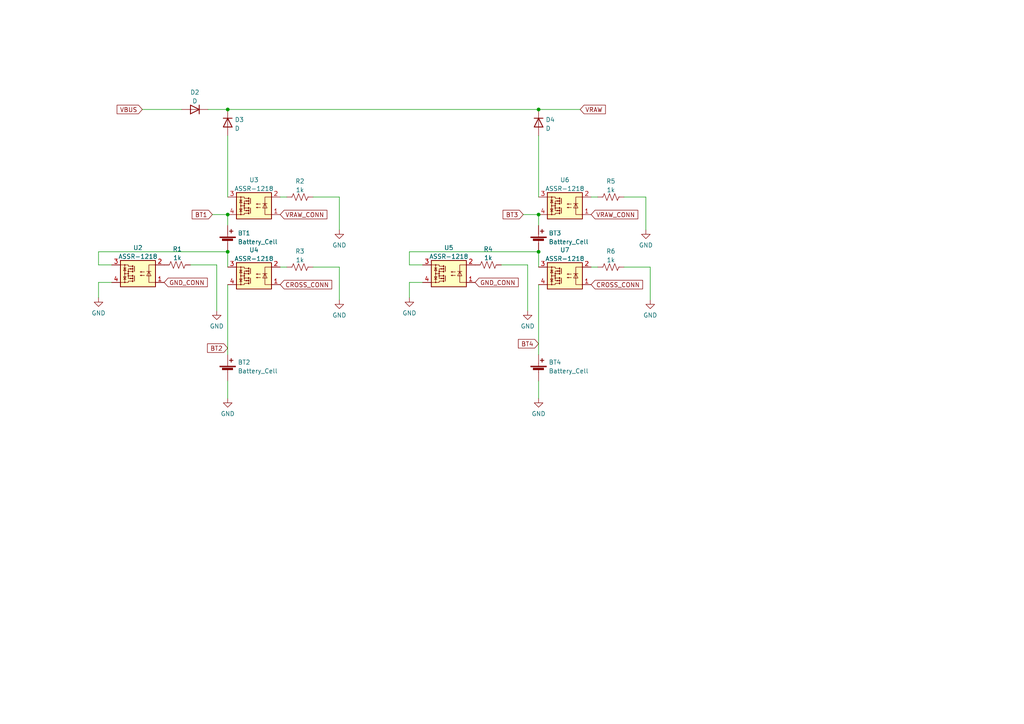
<source format=kicad_sch>
(kicad_sch (version 20211123) (generator eeschema)
  (paper "A4")
  (lib_symbols
    (symbol "Device:Battery_Cell" (pin_numbers hide) (pin_names (offset 0) hide)
      (property "Reference" "BT" (at 2.54 2.54 0))
      (property "Value" "Battery_Cell" (at 2.54 0 0))
      (symbol "Battery_Cell_0_1"
        (rectangle (start -2.286 1.778) (end 2.286 1.524) (fill (type outline)))
        (rectangle (start -1.5748 1.1938) (end 1.4732 0.6858) (fill (type outline)))
        (polyline (pts (xy 0 0.762) (xy 0 0)))
        (polyline (pts (xy 0 1.778) (xy 0 2.54)))
        (polyline (pts (xy 0.508 3.429) (xy 1.524 3.429)) (stroke (width 0.254)))
        (polyline (pts (xy 1.016 3.937) (xy 1.016 2.921)) (stroke (width 0.254)))
      )
      (symbol "Battery_Cell_1_1"
        (pin passive line (at 0 5.08 270) (length 2.54) (name "+") (number "1"))
        (pin passive line (at 0 -2.54 90) (length 2.54) (name "-") (number "2"))
      )
    )
    (symbol "Device:D" (pin_numbers hide) (pin_names (offset 1.016) hide)
      (property "Reference" "D" (at 0 2.54 0))
      (property "Value" "D" (at 0 -2.54 0))
      (symbol "D_0_1"
        (polyline (pts (xy -1.27 1.27) (xy -1.27 -1.27)) (stroke (width 0.254)))
        (polyline (pts (xy 1.27 0) (xy -1.27 0)))
        (polyline (pts (xy 1.27 1.27) (xy 1.27 -1.27) (xy -1.27 0) (xy 1.27 1.27)) (stroke (width 0.254)))
      )
      (symbol "D_1_1"
        (pin passive line (at -3.81 0 0) (length 2.54) (name "K") (number "1"))
        (pin passive line (at 3.81 0 180) (length 2.54) (name "A") (number "2"))
      )
    )
    (symbol "Device:R_US" (pin_numbers hide) (pin_names (offset 0))
      (property "Reference" "R" (at 2.54 0 90))
      (property "Value" "R_US" (at -2.54 0 90))
      (symbol "R_US_0_1"
        (polyline (pts (xy 0 -2.286) (xy 0 -2.54)))
        (polyline (pts (xy 0 2.286) (xy 0 2.54)))
        (polyline (pts (xy 0 -0.762) (xy 1.016 -1.143) (xy 0 -1.524) (xy -1.016 -1.905) (xy 0 -2.286)))
        (polyline (pts (xy 0 0.762) (xy 1.016 0.381) (xy 0 0) (xy -1.016 -0.381) (xy 0 -0.762)))
        (polyline (pts (xy 0 2.286) (xy 1.016 1.905) (xy 0 1.524) (xy -1.016 1.143) (xy 0 0.762)))
      )
      (symbol "R_US_1_1"
        (pin passive line (at 0 3.81 270) (length 1.27) (name "~") (number "1"))
        (pin passive line (at 0 -3.81 90) (length 1.27) (name "~") (number "2"))
      )
    )
    (symbol "Relay_SolidState:ASSR-1218"
      (property "Reference" "U" (at -5.08 5.08 0))
      (property "Value" "ASSR-1218" (at 0 5.08 0))
      (symbol "ASSR-1218_0_1"
        (rectangle (start -5.08 3.81) (end 5.08 -3.81) (stroke (width 0.254)) (fill (type background)))
        (polyline (pts (xy -3.81 -0.635) (xy -2.54 -0.635)))
        (polyline (pts (xy 1.016 -0.635) (xy 1.016 -2.159)) (stroke (width 0.2032)))
        (polyline (pts (xy 1.016 2.159) (xy 1.016 0.635)) (stroke (width 0.2032)))
        (polyline (pts (xy 1.524 -0.508) (xy 1.524 -0.762)) (stroke (width 0.3556)))
        (polyline (pts (xy 2.794 0) (xy 3.81 0)))
        (polyline (pts (xy 3.429 -1.651) (xy 4.191 -1.651)))
        (polyline (pts (xy 3.429 1.651) (xy 4.191 1.651)))
        (polyline (pts (xy 3.81 -2.54) (xy 3.81 2.54)))
        (polyline (pts (xy 1.524 -2.032) (xy 1.524 -2.286) (xy 1.524 -2.286)) (stroke (width 0.3556)))
        (polyline (pts (xy 1.524 -1.27) (xy 1.524 -1.524) (xy 1.524 -1.524)) (stroke (width 0.3556)))
        (polyline (pts (xy 1.524 0.762) (xy 1.524 0.508) (xy 1.524 0.508)) (stroke (width 0.3556)))
        (polyline (pts (xy 1.524 1.524) (xy 1.524 1.27) (xy 1.524 1.27)) (stroke (width 0.3556)))
        (polyline (pts (xy 1.524 2.286) (xy 1.524 2.032) (xy 1.524 2.032)) (stroke (width 0.3556)))
        (polyline (pts (xy 1.651 -1.397) (xy 2.794 -1.397) (xy 2.794 -0.635)))
        (polyline (pts (xy 1.651 1.397) (xy 2.794 1.397) (xy 2.794 0.635)))
        (polyline (pts (xy -5.08 2.54) (xy -3.175 2.54) (xy -3.175 -2.54) (xy -5.08 -2.54)))
        (polyline (pts (xy -3.175 -0.635) (xy -3.81 0.635) (xy -2.54 0.635) (xy -3.175 -0.635)))
        (polyline (pts (xy 1.651 -2.159) (xy 2.794 -2.159) (xy 2.794 -2.54) (xy 5.08 -2.54)))
        (polyline (pts (xy 1.651 -0.635) (xy 2.794 -0.635) (xy 2.794 0.635) (xy 1.651 0.635)))
        (polyline (pts (xy 1.651 2.159) (xy 2.794 2.159) (xy 2.794 2.54) (xy 5.08 2.54)))
        (polyline (pts (xy 1.778 -1.397) (xy 2.286 -1.27) (xy 2.286 -1.524) (xy 1.778 -1.397)))
        (polyline (pts (xy 1.778 1.397) (xy 2.286 1.524) (xy 2.286 1.27) (xy 1.778 1.397)))
        (polyline (pts (xy 3.81 -1.651) (xy 3.429 -0.889) (xy 4.191 -0.889) (xy 3.81 -1.651)))
        (polyline (pts (xy 3.81 1.651) (xy 3.429 0.889) (xy 4.191 0.889) (xy 3.81 1.651)))
        (polyline (pts (xy -1.905 -0.508) (xy -0.635 -0.508) (xy -1.016 -0.635) (xy -1.016 -0.381) (xy -0.635 -0.508)))
        (polyline (pts (xy -1.905 0.508) (xy -0.635 0.508) (xy -1.016 0.381) (xy -1.016 0.635) (xy -0.635 0.508)))
        (circle (center 2.794 -0.635) (radius 0.127))
        (circle (center 2.794 0) (radius 0.127))
        (circle (center 2.794 0.635) (radius 0.127))
        (circle (center 3.81 -2.54) (radius 0.127))
        (circle (center 3.81 0) (radius 0.127))
        (circle (center 3.81 2.54) (radius 0.127))
      )
      (symbol "ASSR-1218_1_1"
        (pin passive line (at -7.62 2.54 0) (length 2.54) (name "~") (number "1"))
        (pin passive line (at -7.62 -2.54 0) (length 2.54) (name "~") (number "2"))
        (pin passive line (at 7.62 -2.54 180) (length 2.54) (name "~") (number "3"))
        (pin passive line (at 7.62 2.54 180) (length 2.54) (name "~") (number "4"))
      )
    )
    (symbol "power:GND" (power) (pin_names (offset 0))
      (property "Value" "GND" (at 0 -3.81 0))
      (symbol "GND_0_1"
        (polyline (pts (xy 0 0) (xy 0 -1.27) (xy 1.27 -1.27) (xy 0 -2.54) (xy -1.27 -1.27) (xy 0 -1.27)))
      )
      (symbol "GND_1_1"
        (pin power_in line (at 0 0 270) (length 0) hide (name "GND") (number "1"))
      )
    )
  )
  (junction (at 156.21 62.23))
  (junction (at 66.04 73.025))
  (junction (at 156.21 73.025))
  (junction (at 66.04 62.23))
  (junction (at 66.04 31.75))
  (junction (at 156.21 31.75))
  (wire (pts (xy 61.595 62.23) (xy 66.04 62.23)))
  (wire (pts (xy 66.04 31.75) (xy 156.21 31.75)))
  (wire (pts (xy 153.035 76.835) (xy 153.035 90.17)))
  (wire (pts (xy 171.45 77.47) (xy 173.355 77.47)))
  (wire (pts (xy 41.275 31.75) (xy 52.705 31.75)))
  (wire (pts (xy 90.805 57.15) (xy 98.425 57.15)))
  (wire (pts (xy 187.325 66.675) (xy 187.325 57.15)))
  (wire (pts (xy 62.865 76.835) (xy 62.865 90.17)))
  (wire (pts (xy 156.21 73.025) (xy 156.21 77.47)))
  (wire (pts (xy 66.04 110.49) (xy 66.04 115.57)))
  (wire (pts (xy 28.575 81.915) (xy 32.385 81.915)))
  (wire (pts (xy 151.765 62.23) (xy 156.21 62.23)))
  (wire (pts (xy 28.575 86.36) (xy 28.575 81.915)))
  (wire (pts (xy 180.975 77.47) (xy 188.595 77.47)))
  (wire (pts (xy 28.575 76.835) (xy 32.385 76.835)))
  (wire (pts (xy 66.04 62.23) (xy 66.04 65.405)))
  (wire (pts (xy 156.21 31.75) (xy 168.275 31.75)))
  (wire (pts (xy 98.425 57.15) (xy 98.425 66.675)))
  (wire (pts (xy 66.04 82.55) (xy 66.04 102.87)))
  (wire (pts (xy 156.21 110.49) (xy 156.21 115.57)))
  (wire (pts (xy 90.805 77.47) (xy 98.425 77.47)))
  (wire (pts (xy 55.245 76.835) (xy 62.865 76.835)))
  (wire (pts (xy 81.28 77.47) (xy 83.185 77.47)))
  (wire (pts (xy 28.575 73.025) (xy 28.575 76.835)))
  (wire (pts (xy 66.04 73.025) (xy 28.575 73.025)))
  (wire (pts (xy 118.745 73.025) (xy 118.745 76.835)))
  (wire (pts (xy 171.45 57.15) (xy 173.355 57.15)))
  (wire (pts (xy 98.425 77.47) (xy 98.425 86.995)))
  (wire (pts (xy 187.325 57.15) (xy 180.975 57.15)))
  (wire (pts (xy 156.21 73.025) (xy 118.745 73.025)))
  (wire (pts (xy 118.745 81.915) (xy 122.555 81.915)))
  (wire (pts (xy 66.04 73.025) (xy 66.04 77.47)))
  (wire (pts (xy 118.745 76.835) (xy 122.555 76.835)))
  (wire (pts (xy 66.04 39.37) (xy 66.04 57.15)))
  (wire (pts (xy 81.28 57.15) (xy 83.185 57.15)))
  (wire (pts (xy 156.21 39.37) (xy 156.21 57.15)))
  (wire (pts (xy 188.595 77.47) (xy 188.595 86.995)))
  (wire (pts (xy 60.325 31.75) (xy 66.04 31.75)))
  (wire (pts (xy 156.21 82.55) (xy 156.21 102.87)))
  (wire (pts (xy 145.415 76.835) (xy 153.035 76.835)))
  (wire (pts (xy 156.21 62.23) (xy 156.21 65.405)))
  (wire (pts (xy 118.745 86.36) (xy 118.745 81.915)))
  (global_label "VRAW_CONN" (shape input) (at 171.45 62.23 0) (property "Intersheet References" "${INTERSHEET_REFS}" (effects hide)))
  (global_label "BT2" (shape input) (at 66.04 100.965 180) (property "Intersheet References" "${INTERSHEET_REFS}" (effects hide)))
  (global_label "GND_CONN" (shape input) (at 137.795 81.915 0) (property "Intersheet References" "${INTERSHEET_REFS}" (effects hide)))
  (global_label "CROSS_CONN" (shape input) (at 171.45 82.55 0) (property "Intersheet References" "${INTERSHEET_REFS}" (effects hide)))
  (global_label "CROSS_CONN" (shape input) (at 81.28 82.55 0) (property "Intersheet References" "${INTERSHEET_REFS}" (effects hide)))
  (global_label "BT3" (shape input) (at 151.765 62.23 180) (property "Intersheet References" "${INTERSHEET_REFS}" (effects hide)))
  (global_label "VRAW_CONN" (shape input) (at 81.28 62.23 0) (property "Intersheet References" "${INTERSHEET_REFS}" (effects hide)))
  (global_label "GND_CONN" (shape input) (at 47.625 81.915 0) (property "Intersheet References" "${INTERSHEET_REFS}" (effects hide)))
  (global_label "BT4" (shape input) (at 156.21 99.695 180) (property "Intersheet References" "${INTERSHEET_REFS}" (effects hide)))
  (global_label "VRAW" (shape input) (at 168.275 31.75 0) (property "Intersheet References" "${INTERSHEET_REFS}" (effects hide)))
  (global_label "BT1" (shape input) (at 61.595 62.23 180) (property "Intersheet References" "${INTERSHEET_REFS}" (effects hide)))
  (global_label "VBUS" (shape input) (at 41.275 31.75 180) (property "Intersheet References" "${INTERSHEET_REFS}" (effects hide)))
  (symbol (lib_id "power:GND") (at 28.575 86.36 0) (unit 1)
    (property "Reference" "#PWR01" (effects hide))
    (property "Value" "GND" (at 28.575 90.8034 0))
  )
  (symbol (lib_id "power:GND") (at 98.425 66.675 0) (unit 1)
    (property "Reference" "#PWR05" (effects hide))
    (property "Value" "GND" (at 98.425 71.1184 0))
  )
  (symbol (lib_id "power:GND") (at 62.865 90.17 0) (unit 1)
    (property "Reference" "#PWR03" (effects hide))
    (property "Value" "GND" (at 62.865 94.6134 0))
  )
  (symbol (lib_id "Device:Battery_Cell") (at 66.04 107.95 0) (unit 1)
    (property "Reference" "BT2" (at 68.961 105.0833 0) (effects (justify left)))
    (property "Value" "Battery_Cell" (at 68.961 107.6202 0) (effects (justify left)))
    (property "Footprint" "Connector_JST:JST_PH_B2B-PH-K_1x02_P2.00mm_Vertical" (effects hide))
  )
  (symbol (lib_id "power:GND") (at 187.325 66.675 0) (unit 1)
    (property "Reference" "#PWR010" (effects hide))
    (property "Value" "GND" (at 187.325 71.1184 0))
  )
  (symbol (lib_id "Relay_SolidState:ASSR-1218") (at 73.66 59.69 180) (unit 1)
    (property "Reference" "U3" (at 73.66 52.1802 0))
    (property "Value" "ASSR-1218" (at 73.66 54.7171 0))
    (property "Footprint" "Package_SO:SO-4_4.4x4.3mm_P2.54mm" (effects hide))
    (property "Datasheet" "https://docs.broadcom.com/docs/AV02-0173EN" (effects hide))
  )
  (symbol (lib_id "Device:R_US") (at 86.995 77.47 90) (unit 1)
    (property "Reference" "R3" (at 86.995 72.8812 90))
    (property "Value" "1k" (at 86.995 75.4181 90))
    (property "Footprint" "Resistor_SMD:R_0805_2012Metric" (effects hide))
  )
  (symbol (lib_id "Device:D") (at 66.04 35.56 270) (unit 1)
    (property "Reference" "D3" (at 68.072 34.7253 90) (effects (justify left)))
    (property "Value" "D" (at 68.072 37.2622 90) (effects (justify left)))
    (property "Footprint" "Diode_SMD:D_SMA" (effects hide))
  )
  (symbol (lib_id "power:GND") (at 98.425 86.995 0) (unit 1)
    (property "Reference" "#PWR06" (effects hide))
    (property "Value" "GND" (at 98.425 91.4384 0))
  )
  (symbol (lib_id "Device:D") (at 56.515 31.75 180) (unit 1)
    (property "Reference" "D2" (at 56.515 26.7802 0))
    (property "Value" "D" (at 56.515 29.3171 0))
    (property "Footprint" "Diode_SMD:D_SMA" (effects hide))
  )
  (symbol (lib_id "Relay_SolidState:ASSR-1218") (at 130.175 79.375 180) (unit 1)
    (property "Reference" "U5" (at 130.175 71.8652 0))
    (property "Value" "ASSR-1218" (at 130.175 74.4021 0))
    (property "Footprint" "Package_SO:SO-4_4.4x4.3mm_P2.54mm" (effects hide))
    (property "Datasheet" "https://docs.broadcom.com/docs/AV02-0173EN" (effects hide))
  )
  (symbol (lib_id "power:GND") (at 156.21 115.57 0) (unit 1)
    (property "Reference" "#PWR09" (effects hide))
    (property "Value" "GND" (at 156.21 120.0134 0))
  )
  (symbol (lib_id "Device:R_US") (at 141.605 76.835 90) (unit 1)
    (property "Reference" "R4" (at 141.605 72.2462 90))
    (property "Value" "1k" (at 141.605 74.7831 90))
    (property "Footprint" "Resistor_SMD:R_0805_2012Metric" (effects hide))
  )
  (symbol (lib_id "Device:D") (at 156.21 35.56 270) (unit 1)
    (property "Reference" "D4" (at 158.242 34.7253 90) (effects (justify left)))
    (property "Value" "D" (at 158.242 37.2622 90) (effects (justify left)))
    (property "Footprint" "Diode_SMD:D_SMA" (effects hide))
  )
  (symbol (lib_id "Device:Battery_Cell") (at 156.21 70.485 0) (unit 1)
    (property "Reference" "BT3" (at 159.131 67.6183 0) (effects (justify left)))
    (property "Value" "Battery_Cell" (at 159.131 70.1552 0) (effects (justify left)))
    (property "Footprint" "Connector_JST:JST_PH_B2B-PH-K_1x02_P2.00mm_Vertical" (effects hide))
  )
  (symbol (lib_id "Relay_SolidState:ASSR-1218") (at 163.83 59.69 180) (unit 1)
    (property "Reference" "U6" (at 163.83 52.1802 0))
    (property "Value" "ASSR-1218" (at 163.83 54.7171 0))
    (property "Footprint" "Package_SO:SO-4_4.4x4.3mm_P2.54mm" (effects hide))
    (property "Datasheet" "https://docs.broadcom.com/docs/AV02-0173EN" (effects hide))
  )
  (symbol (lib_id "Device:R_US") (at 86.995 57.15 90) (unit 1)
    (property "Reference" "R2" (at 86.995 52.5612 90))
    (property "Value" "1k" (at 86.995 55.0981 90))
    (property "Footprint" "Resistor_SMD:R_0805_2012Metric" (effects hide))
  )
  (symbol (lib_id "Device:R_US") (at 177.165 77.47 90) (unit 1)
    (property "Reference" "R6" (at 177.165 72.8812 90))
    (property "Value" "1k" (at 177.165 75.4181 90))
    (property "Footprint" "Resistor_SMD:R_0805_2012Metric" (effects hide))
  )
  (symbol (lib_id "Device:Battery_Cell") (at 156.21 107.95 0) (unit 1)
    (property "Reference" "BT4" (at 159.131 105.0833 0) (effects (justify left)))
    (property "Value" "Battery_Cell" (at 159.131 107.6202 0) (effects (justify left)))
    (property "Footprint" "Connector_JST:JST_PH_B2B-PH-K_1x02_P2.00mm_Vertical" (effects hide))
  )
  (symbol (lib_id "Relay_SolidState:ASSR-1218") (at 73.66 80.01 180) (unit 1)
    (property "Reference" "U4" (at 73.66 72.5002 0))
    (property "Value" "ASSR-1218" (at 73.66 75.0371 0))
    (property "Footprint" "Package_SO:SO-4_4.4x4.3mm_P2.54mm" (effects hide))
    (property "Datasheet" "https://docs.broadcom.com/docs/AV02-0173EN" (effects hide))
  )
  (symbol (lib_id "Device:Battery_Cell") (at 66.04 70.485 0) (unit 1)
    (property "Reference" "BT1" (at 68.961 67.6183 0) (effects (justify left)))
    (property "Value" "Battery_Cell" (at 68.961 70.1552 0) (effects (justify left)))
    (property "Footprint" "Connector_JST:JST_PH_B2B-PH-K_1x02_P2.00mm_Vertical" (effects hide))
  )
  (symbol (lib_id "Relay_SolidState:ASSR-1218") (at 163.83 80.01 180) (unit 1)
    (property "Reference" "U7" (at 163.83 72.5002 0))
    (property "Value" "ASSR-1218" (at 163.83 75.0371 0))
    (property "Footprint" "Package_SO:SO-4_4.4x4.3mm_P2.54mm" (effects hide))
    (property "Datasheet" "https://docs.broadcom.com/docs/AV02-0173EN" (effects hide))
  )
  (symbol (lib_id "power:GND") (at 153.035 90.17 0) (unit 1)
    (property "Reference" "#PWR08" (effects hide))
    (property "Value" "GND" (at 153.035 94.6134 0))
  )
  (symbol (lib_id "Device:R_US") (at 177.165 57.15 90) (unit 1)
    (property "Reference" "R5" (at 177.165 52.5612 90))
    (property "Value" "1k" (at 177.165 55.0981 90))
    (property "Footprint" "Resistor_SMD:R_0805_2012Metric" (effects hide))
  )
  (symbol (lib_id "power:GND") (at 188.595 86.995 0) (unit 1)
    (property "Reference" "#PWR011" (effects hide))
    (property "Value" "GND" (at 188.595 91.4384 0))
  )
  (symbol (lib_id "Device:R_US") (at 51.435 76.835 90) (unit 1)
    (property "Reference" "R1" (at 51.435 72.2462 90))
    (property "Value" "1k" (at 51.435 74.7831 90))
    (property "Footprint" "Resistor_SMD:R_0805_2012Metric" (effects hide))
  )
  (symbol (lib_id "power:GND") (at 66.04 115.57 0) (unit 1)
    (property "Reference" "#PWR04" (effects hide))
    (property "Value" "GND" (at 66.04 120.0134 0))
  )
  (symbol (lib_id "Relay_SolidState:ASSR-1218") (at 40.005 79.375 180) (unit 1)
    (property "Reference" "U2" (at 40.005 71.8652 0))
    (property "Value" "ASSR-1218" (at 40.005 74.4021 0))
    (property "Footprint" "Package_SO:SO-4_4.4x4.3mm_P2.54mm" (effects hide))
    (property "Datasheet" "https://docs.broadcom.com/docs/AV02-0173EN" (effects hide))
  )
  (symbol (lib_id "power:GND") (at 118.745 86.36 0) (unit 1)
    (property "Reference" "#PWR07" (effects hide))
    (property "Value" "GND" (at 118.745 90.8034 0))
  )
)
</source>
